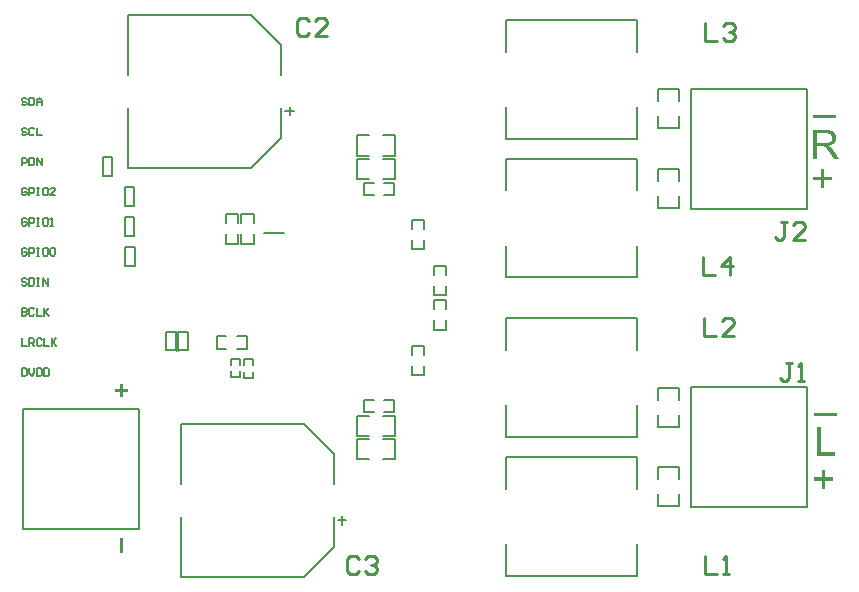
<source format=gto>
G04*
G04 #@! TF.GenerationSoftware,Altium Limited,Altium Designer,24.10.1 (45)*
G04*
G04 Layer_Color=65535*
%FSLAX44Y44*%
%MOMM*%
G71*
G04*
G04 #@! TF.SameCoordinates,D9CC4E6A-2C68-4F5F-81DB-F534FF38BD19*
G04*
G04*
G04 #@! TF.FilePolarity,Positive*
G04*
G01*
G75*
%ADD10C,0.1270*%
%ADD11C,0.0032*%
%ADD12C,0.2000*%
%ADD13C,0.1778*%
%ADD14C,0.2540*%
G36*
X89691Y37161D02*
X87670D01*
Y50130D01*
X89691D01*
Y37161D01*
D02*
G37*
G36*
X693498Y405130D02*
X674038D01*
Y408162D01*
X693498D01*
Y405130D01*
D02*
G37*
G36*
X683486Y355940D02*
X690114D01*
Y353154D01*
X683486D01*
Y346456D01*
X680666D01*
Y353154D01*
X674038D01*
Y355940D01*
X680666D01*
Y362568D01*
X683486D01*
Y355940D01*
D02*
G37*
G36*
X694260Y152908D02*
X674800D01*
Y155940D01*
X694260D01*
Y152908D01*
D02*
G37*
G36*
X684248Y101178D02*
X690876D01*
Y98392D01*
X684248D01*
Y91694D01*
X681428D01*
Y98392D01*
X674800D01*
Y101178D01*
X681428D01*
Y107806D01*
X684248D01*
Y101178D01*
D02*
G37*
G36*
X685891Y395245D02*
X686208D01*
X686948Y395210D01*
X687724Y395104D01*
X688570Y394999D01*
X689345Y394822D01*
X689733Y394717D01*
X690051Y394611D01*
X690086D01*
X690121Y394576D01*
X690333Y394470D01*
X690650Y394329D01*
X691038Y394082D01*
X691461Y393765D01*
X691919Y393342D01*
X692342Y392848D01*
X692765Y392284D01*
Y392249D01*
X692801Y392214D01*
X692942Y392002D01*
X693083Y391649D01*
X693294Y391191D01*
X693470Y390662D01*
X693647Y390028D01*
X693752Y389358D01*
X693788Y388618D01*
Y388582D01*
Y388512D01*
Y388371D01*
X693752Y388194D01*
Y387948D01*
X693717Y387701D01*
X693576Y387102D01*
X693365Y386396D01*
X693083Y385656D01*
X692660Y384916D01*
X692377Y384563D01*
X692095Y384211D01*
X692060Y384175D01*
X692025Y384140D01*
X691919Y384034D01*
X691778Y383928D01*
X691602Y383787D01*
X691390Y383647D01*
X691108Y383470D01*
X690826Y383259D01*
X690474Y383082D01*
X690086Y382906D01*
X689663Y382695D01*
X689204Y382518D01*
X688676Y382377D01*
X688147Y382201D01*
X687548Y382095D01*
X686913Y381990D01*
X686983Y381954D01*
X687124Y381884D01*
X687336Y381743D01*
X687618Y381602D01*
X688253Y381214D01*
X688570Y380967D01*
X688852Y380756D01*
X688923Y380685D01*
X689099Y380509D01*
X689381Y380227D01*
X689733Y379874D01*
X690121Y379381D01*
X690580Y378852D01*
X691038Y378217D01*
X691531Y377512D01*
X695727Y370884D01*
X691708D01*
X688499Y375961D01*
Y375996D01*
X688429Y376067D01*
X688358Y376172D01*
X688253Y376313D01*
X688006Y376701D01*
X687689Y377195D01*
X687301Y377724D01*
X686913Y378288D01*
X686525Y378816D01*
X686173Y379310D01*
X686137Y379345D01*
X686031Y379486D01*
X685855Y379698D01*
X685609Y379945D01*
X685080Y380474D01*
X684798Y380720D01*
X684516Y380932D01*
X684480Y380967D01*
X684410Y381002D01*
X684269Y381073D01*
X684057Y381179D01*
X683846Y381284D01*
X683599Y381390D01*
X683035Y381566D01*
X683000D01*
X682929Y381602D01*
X682788D01*
X682612Y381637D01*
X682365Y381672D01*
X682083D01*
X681695Y381707D01*
X677535D01*
Y370884D01*
X674292D01*
Y395281D01*
X685609D01*
X685891Y395245D01*
D02*
G37*
G36*
X680837Y122442D02*
X692859D01*
Y119551D01*
X677594D01*
Y143948D01*
X680837D01*
Y122442D01*
D02*
G37*
G36*
X89802Y176283D02*
X94078D01*
Y173370D01*
X89802D01*
Y169164D01*
X86959D01*
Y173370D01*
X82706D01*
Y176283D01*
X86959D01*
Y180489D01*
X89802D01*
Y176283D01*
D02*
G37*
%LPC*%
G36*
X685221Y392566D02*
X677535D01*
Y384493D01*
X684798D01*
X685221Y384528D01*
X685714Y384563D01*
X686278Y384598D01*
X686842Y384669D01*
X687406Y384775D01*
X687900Y384916D01*
X687971Y384951D01*
X688112Y385021D01*
X688323Y385127D01*
X688605Y385268D01*
X688923Y385480D01*
X689240Y385727D01*
X689557Y386044D01*
X689804Y386396D01*
X689839Y386432D01*
X689910Y386573D01*
X690015Y386784D01*
X690156Y387066D01*
X690262Y387383D01*
X690368Y387736D01*
X690438Y388159D01*
X690474Y388582D01*
Y388618D01*
Y388653D01*
X690438Y388864D01*
X690403Y389182D01*
X690333Y389605D01*
X690156Y390028D01*
X689945Y390521D01*
X689628Y390980D01*
X689204Y391438D01*
X689134Y391473D01*
X688958Y391614D01*
X688676Y391790D01*
X688217Y392002D01*
X687689Y392214D01*
X686983Y392390D01*
X686173Y392531D01*
X685221Y392566D01*
D02*
G37*
%LPD*%
D10*
X94488Y363220D02*
Y414179D01*
Y363220D02*
X198628D01*
X224028Y388620D01*
Y414020D01*
Y441801D02*
Y467360D01*
X198628Y492760D02*
X224028Y467360D01*
X94488Y492760D02*
X198628D01*
X94488Y441801D02*
Y492760D01*
X230886Y407670D02*
Y414782D01*
X227330Y411226D02*
X234442D01*
X311209Y166986D02*
X319083D01*
X311209Y156318D02*
X319083D01*
Y166986D01*
X294191D02*
X302065D01*
X294191Y156318D02*
X302065D01*
X294191D02*
Y166986D01*
X287784Y353623D02*
Y370895D01*
Y353623D02*
X297944D01*
X287784Y370895D02*
X297944D01*
X320296Y353623D02*
Y370895D01*
X310136Y353623D02*
X320296D01*
X310136Y370895D02*
X320296D01*
X287782Y116586D02*
Y133858D01*
Y116586D02*
X297942D01*
X287782Y133858D02*
X297942D01*
X320294Y116586D02*
Y133858D01*
X310134Y116586D02*
X320294D01*
X310134Y133858D02*
X320294D01*
X310134Y153162D02*
X320294D01*
X310134Y135890D02*
X320294D01*
Y153162D01*
X287782D02*
X297942D01*
X287782Y135890D02*
X297942D01*
X287782D02*
Y153162D01*
X287784Y373689D02*
Y390961D01*
Y373689D02*
X297944D01*
X287784Y390961D02*
X297944D01*
X320296Y373689D02*
Y390961D01*
X310136Y373689D02*
X320296D01*
X310136Y390961D02*
X320296D01*
X524760Y270510D02*
Y297434D01*
X414524Y270510D02*
X524760D01*
X414524D02*
Y297434D01*
X524760Y344170D02*
Y371094D01*
X414524D02*
X524760D01*
X414524Y344170D02*
Y371094D01*
X524760Y387930D02*
Y414854D01*
X414524Y387930D02*
X524760D01*
X414524D02*
Y414854D01*
X524760Y461590D02*
Y488514D01*
X414524D02*
X524760D01*
X414524Y461590D02*
Y488514D01*
X524760Y135382D02*
Y162306D01*
X414524Y135382D02*
X524760D01*
X414524D02*
Y162306D01*
X524760Y209042D02*
Y235966D01*
X414524D02*
X524760D01*
X414524Y209042D02*
Y235966D01*
X524760Y18090D02*
Y45014D01*
X414524Y18090D02*
X524760D01*
X414524D02*
Y45014D01*
X524760Y91750D02*
Y118674D01*
X414524D02*
X524760D01*
X414524Y91750D02*
Y118674D01*
X271780Y64770D02*
X278892D01*
X275336Y61214D02*
Y68326D01*
X138938Y95345D02*
Y146304D01*
X243078D01*
X268478Y120904D01*
Y95345D02*
Y120904D01*
Y42164D02*
Y67564D01*
X243078Y16764D02*
X268478Y42164D01*
X138938Y16764D02*
X243078D01*
X138938D02*
Y67723D01*
X5308Y57150D02*
Y158750D01*
Y57150D02*
X103308D01*
Y158750D01*
X5308D02*
X103308D01*
X334264Y187662D02*
X344932D01*
Y195536D01*
X334264Y187662D02*
Y195536D01*
Y212554D02*
X344932D01*
Y204680D02*
Y212554D01*
X334264Y204680D02*
Y212554D01*
X72742Y356780D02*
Y372528D01*
X80870D01*
X72742Y356780D02*
X80870D01*
Y372528D01*
X91186Y331216D02*
Y346964D01*
X99314D01*
X91186Y331216D02*
X99314D01*
Y346964D01*
X91186Y305816D02*
Y321564D01*
X99314D01*
X91186Y305816D02*
X99314D01*
Y321564D01*
X91694Y280416D02*
Y296164D01*
X99822D01*
X91694Y280416D02*
X99822D01*
Y296164D01*
X136398Y208788D02*
Y224536D01*
X144526D01*
X136398Y208788D02*
X144526D01*
Y224536D01*
X134366Y208788D02*
Y224536D01*
X126238Y208788D02*
X134366D01*
X126238Y224536D02*
X134366D01*
X126238Y208788D02*
Y224536D01*
X194437Y210176D02*
Y220844D01*
X186563D02*
X194437D01*
X186563Y210176D02*
X194437D01*
X169545D02*
Y220844D01*
X177419D01*
X169545Y210176D02*
X177419D01*
X181102Y185801D02*
X189230D01*
X181102D02*
Y190881D01*
X189230Y185801D02*
Y190881D01*
X181102Y201549D02*
X189230D01*
X181102Y196469D02*
Y201549D01*
X189230Y196469D02*
Y201549D01*
X192024Y185674D02*
X200152D01*
X192024D02*
Y190754D01*
X200152Y185674D02*
Y190754D01*
X192024Y201422D02*
X200152D01*
X192024Y196342D02*
Y201422D01*
X200152Y196342D02*
Y201422D01*
X176806Y299212D02*
X187474D01*
Y307086D01*
X176806Y299212D02*
Y307086D01*
Y324104D02*
X187474D01*
Y316230D02*
Y324104D01*
X176806Y316230D02*
Y324104D01*
X190014Y299208D02*
X200682D01*
Y307082D01*
X190014Y299208D02*
Y307082D01*
Y324100D02*
X200682D01*
Y316226D02*
Y324100D01*
X190014Y316226D02*
Y324100D01*
X294191Y340004D02*
Y350672D01*
Y340004D02*
X302065D01*
X294191Y350672D02*
X302065D01*
X319083Y340004D02*
Y350672D01*
X311209Y340004D02*
X319083D01*
X311209Y350672D02*
X319083D01*
X353060Y280571D02*
X363728D01*
X353060Y272697D02*
Y280571D01*
X363728Y272697D02*
Y280571D01*
X353060Y255679D02*
X363728D01*
X353060D02*
Y263553D01*
X363728Y255679D02*
Y263553D01*
X334264Y319382D02*
X344932D01*
X334264Y311508D02*
Y319382D01*
X344932Y311508D02*
Y319382D01*
X334264Y294490D02*
X344932D01*
X334264D02*
Y302364D01*
X344932Y294490D02*
Y302364D01*
X353060Y226369D02*
X363728D01*
Y234243D01*
X353060Y226369D02*
Y234243D01*
Y251261D02*
X363728D01*
Y243387D02*
Y251261D01*
X353060Y243387D02*
Y251261D01*
X543052Y352044D02*
Y362204D01*
X560324Y352044D02*
Y362204D01*
X543052D02*
X560324D01*
X543052Y329692D02*
Y339852D01*
X560324Y329692D02*
Y339852D01*
X543052Y329692D02*
X560324D01*
X543052Y99568D02*
Y109728D01*
X560324Y99568D02*
Y109728D01*
X543052D02*
X560324D01*
X543052Y77216D02*
Y87376D01*
X560324Y77216D02*
Y87376D01*
X543052Y77216D02*
X560324D01*
X571062Y76200D02*
X669062D01*
X571062D02*
Y177800D01*
X669062D01*
Y76200D02*
Y177800D01*
X560324Y144272D02*
Y154432D01*
X543052Y144272D02*
Y154432D01*
Y144272D02*
X560324D01*
Y166624D02*
Y176784D01*
X543052Y166624D02*
Y176784D01*
X560324D01*
Y397256D02*
Y407416D01*
X543052Y397256D02*
Y407416D01*
Y397256D02*
X560324D01*
Y419608D02*
Y429768D01*
X543052Y419608D02*
Y429768D01*
X560324D01*
X571062Y328422D02*
X669062D01*
X571062D02*
Y430022D01*
X669062D01*
Y328422D02*
Y430022D01*
D11*
X72488Y356526D02*
Y372782D01*
X90932Y330962D02*
Y347218D01*
Y305562D02*
Y321818D01*
X91440Y280162D02*
Y296418D01*
X136144Y208534D02*
Y224790D01*
X134620Y208534D02*
Y224790D01*
D12*
X209480Y308010D02*
X226230D01*
D13*
X3928Y193577D02*
Y187229D01*
X7102D01*
X8160Y188287D01*
Y192519D01*
X7102Y193577D01*
X3928D01*
X10276D02*
Y189345D01*
X12392Y187229D01*
X14507Y189345D01*
Y193577D01*
X16624D02*
Y187229D01*
X19798D01*
X20856Y188287D01*
Y192519D01*
X19798Y193577D01*
X16624D01*
X22971D02*
Y187229D01*
X26145D01*
X27203Y188287D01*
Y192519D01*
X26145Y193577D01*
X22971D01*
X3928Y219030D02*
Y212682D01*
X8160D01*
X10276D02*
Y219030D01*
X13450D01*
X14507Y217972D01*
Y215856D01*
X13450Y214798D01*
X10276D01*
X12392D02*
X14507Y212682D01*
X20856Y217972D02*
X19798Y219030D01*
X17681D01*
X16624Y217972D01*
Y213740D01*
X17681Y212682D01*
X19798D01*
X20856Y213740D01*
X22971Y219030D02*
Y212682D01*
X27203D01*
X29319Y219030D02*
Y212682D01*
Y214798D01*
X33551Y219030D01*
X30377Y215856D01*
X33551Y212682D01*
X3928Y244483D02*
Y238135D01*
X7102D01*
X8160Y239193D01*
Y240251D01*
X7102Y241309D01*
X3928D01*
X7102D01*
X8160Y242367D01*
Y243425D01*
X7102Y244483D01*
X3928D01*
X14507Y243425D02*
X13450Y244483D01*
X11334D01*
X10276Y243425D01*
Y239193D01*
X11334Y238135D01*
X13450D01*
X14507Y239193D01*
X16624Y244483D02*
Y238135D01*
X20856D01*
X22971Y244483D02*
Y238135D01*
Y240251D01*
X27203Y244483D01*
X24029Y241309D01*
X27203Y238135D01*
X8160Y268878D02*
X7102Y269936D01*
X4986D01*
X3928Y268878D01*
Y267820D01*
X4986Y266762D01*
X7102D01*
X8160Y265704D01*
Y264646D01*
X7102Y263588D01*
X4986D01*
X3928Y264646D01*
X10276Y269936D02*
Y263588D01*
X13450D01*
X14507Y264646D01*
Y268878D01*
X13450Y269936D01*
X10276D01*
X16624D02*
X18740D01*
X17681D01*
Y263588D01*
X16624D01*
X18740D01*
X21913D02*
Y269936D01*
X26145Y263588D01*
Y269936D01*
X8160Y294331D02*
X7102Y295389D01*
X4986D01*
X3928Y294331D01*
Y290099D01*
X4986Y289041D01*
X7102D01*
X8160Y290099D01*
Y292215D01*
X6044D01*
X10276Y289041D02*
Y295389D01*
X13450D01*
X14507Y294331D01*
Y292215D01*
X13450Y291157D01*
X10276D01*
X16624Y295389D02*
X18740D01*
X17681D01*
Y289041D01*
X16624D01*
X18740D01*
X25087Y295389D02*
X22971D01*
X21913Y294331D01*
Y290099D01*
X22971Y289041D01*
X25087D01*
X26145Y290099D01*
Y294331D01*
X25087Y295389D01*
X28261Y294331D02*
X29319Y295389D01*
X31435D01*
X32493Y294331D01*
Y290099D01*
X31435Y289041D01*
X29319D01*
X28261Y290099D01*
Y294331D01*
X8160Y319784D02*
X7102Y320842D01*
X4986D01*
X3928Y319784D01*
Y315552D01*
X4986Y314494D01*
X7102D01*
X8160Y315552D01*
Y317668D01*
X6044D01*
X10276Y314494D02*
Y320842D01*
X13450D01*
X14507Y319784D01*
Y317668D01*
X13450Y316610D01*
X10276D01*
X16624Y320842D02*
X18740D01*
X17681D01*
Y314494D01*
X16624D01*
X18740D01*
X25087Y320842D02*
X22971D01*
X21913Y319784D01*
Y315552D01*
X22971Y314494D01*
X25087D01*
X26145Y315552D01*
Y319784D01*
X25087Y320842D01*
X28261Y314494D02*
X30377D01*
X29319D01*
Y320842D01*
X28261Y319784D01*
X8160Y345237D02*
X7102Y346295D01*
X4986D01*
X3928Y345237D01*
Y341005D01*
X4986Y339947D01*
X7102D01*
X8160Y341005D01*
Y343121D01*
X6044D01*
X10276Y339947D02*
Y346295D01*
X13450D01*
X14507Y345237D01*
Y343121D01*
X13450Y342063D01*
X10276D01*
X16624Y346295D02*
X18740D01*
X17681D01*
Y339947D01*
X16624D01*
X18740D01*
X25087Y346295D02*
X22971D01*
X21913Y345237D01*
Y341005D01*
X22971Y339947D01*
X25087D01*
X26145Y341005D01*
Y345237D01*
X25087Y346295D01*
X32493Y339947D02*
X28261D01*
X32493Y344179D01*
Y345237D01*
X31435Y346295D01*
X29319D01*
X28261Y345237D01*
X3928Y365400D02*
Y371748D01*
X7102D01*
X8160Y370690D01*
Y368574D01*
X7102Y367516D01*
X3928D01*
X10276Y371748D02*
Y365400D01*
X13450D01*
X14507Y366458D01*
Y370690D01*
X13450Y371748D01*
X10276D01*
X16624Y365400D02*
Y371748D01*
X20856Y365400D01*
Y371748D01*
X8160Y396143D02*
X7102Y397201D01*
X4986D01*
X3928Y396143D01*
Y395085D01*
X4986Y394027D01*
X7102D01*
X8160Y392969D01*
Y391911D01*
X7102Y390853D01*
X4986D01*
X3928Y391911D01*
X14507Y396143D02*
X13450Y397201D01*
X11334D01*
X10276Y396143D01*
Y391911D01*
X11334Y390853D01*
X13450D01*
X14507Y391911D01*
X16624Y397201D02*
Y390853D01*
X20856D01*
X8160Y421596D02*
X7102Y422654D01*
X4986D01*
X3928Y421596D01*
Y420538D01*
X4986Y419480D01*
X7102D01*
X8160Y418422D01*
Y417364D01*
X7102Y416306D01*
X4986D01*
X3928Y417364D01*
X10276Y422654D02*
Y416306D01*
X13450D01*
X14507Y417364D01*
Y421596D01*
X13450Y422654D01*
X10276D01*
X16624Y416306D02*
Y420538D01*
X18740Y422654D01*
X20856Y420538D01*
Y416306D01*
Y419480D01*
X16624D01*
D14*
X289561Y31748D02*
X287022Y34288D01*
X281943D01*
X279404Y31748D01*
Y21592D01*
X281943Y19052D01*
X287022D01*
X289561Y21592D01*
X294639Y31748D02*
X297178Y34288D01*
X302257D01*
X304796Y31748D01*
Y29209D01*
X302257Y26670D01*
X299718D01*
X302257D01*
X304796Y24131D01*
Y21592D01*
X302257Y19052D01*
X297178D01*
X294639Y21592D01*
X581156Y288034D02*
Y272799D01*
X591313D01*
X604009D02*
Y288034D01*
X596391Y280416D01*
X606548D01*
X582782Y485900D02*
Y470664D01*
X592939D01*
X598017Y483360D02*
X600556Y485900D01*
X605635D01*
X608174Y483360D01*
Y480821D01*
X605635Y478282D01*
X603096D01*
X605635D01*
X608174Y475743D01*
Y473204D01*
X605635Y470664D01*
X600556D01*
X598017Y473204D01*
X581918Y236217D02*
Y220982D01*
X592075D01*
X607310D02*
X597153D01*
X607310Y231139D01*
Y233678D01*
X604771Y236217D01*
X599692D01*
X597153Y233678D01*
X582527Y34795D02*
Y19561D01*
X592684D01*
X597762D02*
X602841D01*
X600302D01*
Y34795D01*
X597762Y32256D01*
X652019Y317498D02*
X646941D01*
X649480D01*
Y304802D01*
X646941Y302262D01*
X644401D01*
X641862Y304802D01*
X667254Y302262D02*
X657097D01*
X667254Y312419D01*
Y314958D01*
X664715Y317498D01*
X659636D01*
X657097Y314958D01*
X656082Y198118D02*
X651004D01*
X653543D01*
Y185422D01*
X651004Y182882D01*
X648465D01*
X645925Y185422D01*
X661160Y182882D02*
X666239D01*
X663700D01*
Y198118D01*
X661160Y195578D01*
X247493Y487700D02*
X244954Y490239D01*
X239875D01*
X237336Y487700D01*
Y477544D01*
X239875Y475005D01*
X244954D01*
X247493Y477544D01*
X262728Y475005D02*
X252571D01*
X262728Y485161D01*
Y487700D01*
X260189Y490239D01*
X255110D01*
X252571Y487700D01*
M02*

</source>
